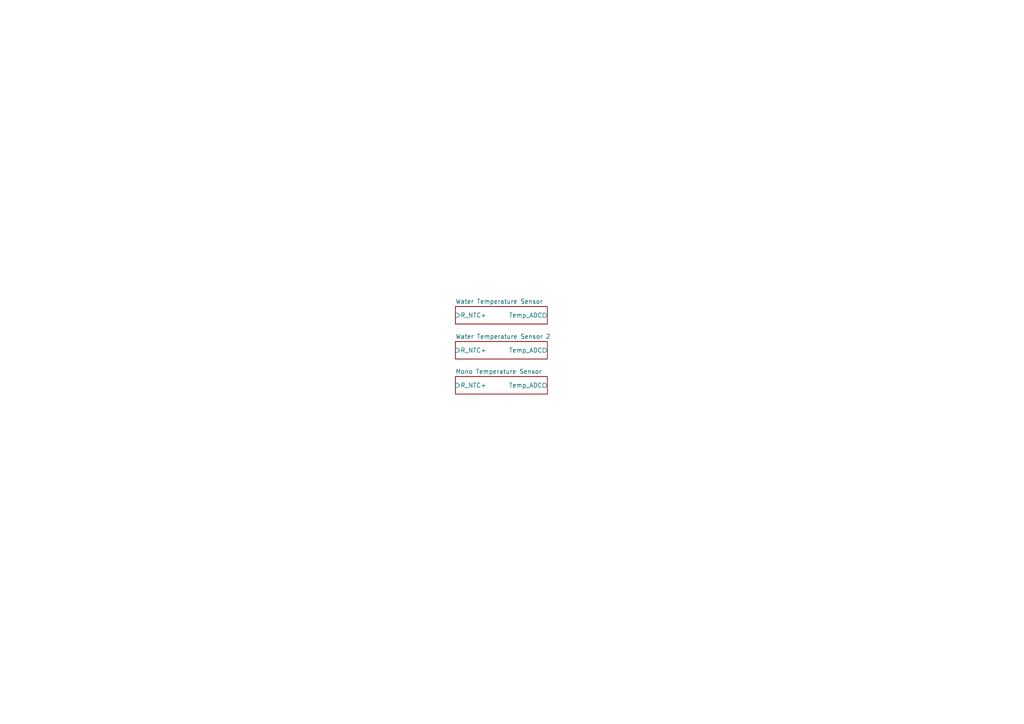
<source format=kicad_sch>
(kicad_sch (version 20230121) (generator eeschema)
  (paper "A4")
  (title_block (title "Water Temperature Sensor") (date "2023-06-06") (rev "${REVISION}") (company "Author: I. Kajdan") (comment 1 "Reviewer:"))
  (lib_symbols)
  (sheet (at 132.08 99.06) (size 26.67 5.08)
    (property "Sheetname" "Water Temperature Sensor 2" (at 132.08 98.3484 0) (effects (justify left bottom)))
    (property "Sheetfile" "temperature_sensor.kicad_sch" (effects hide))
    (pin "Temp_ADC" output (at 158.75 101.6 0))
    (pin "R_NTC+" input (at 132.08 101.6 180))
  )
  (sheet (at 132.08 88.9) (size 26.67 5.08)
    (property "Sheetname" "Water Temperature Sensor" (at 132.08 88.1884 0) (effects (justify left bottom)))
    (property "Sheetfile" "temperature_sensor.kicad_sch" (effects hide))
    (pin "Temp_ADC" output (at 158.75 91.44 0))
    (pin "R_NTC+" input (at 132.08 91.44 180))
  )
  (sheet (at 132.08 109.22) (size 26.67 5.08)
    (property "Sheetname" "Mono Temperature Sensor" (at 132.08 108.5084 0) (effects (justify left bottom)))
    (property "Sheetfile" "temperature_sensor.kicad_sch" (effects hide))
    (pin "Temp_ADC" output (at 158.75 111.76 0))
    (pin "R_NTC+" input (at 132.08 111.76 180))
  )
)
</source>
